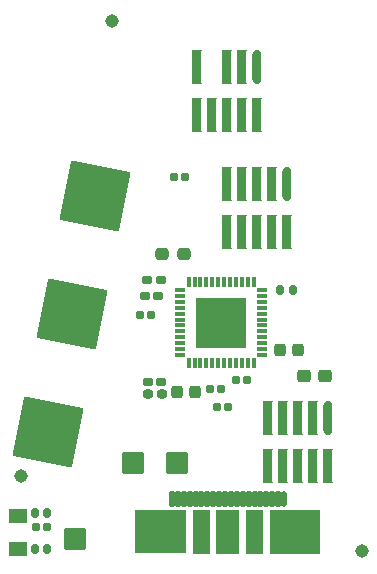
<source format=gbr>
G04 #@! TF.GenerationSoftware,KiCad,Pcbnew,(6.0.4)*
G04 #@! TF.CreationDate,2022-07-14T10:50:46-04:00*
G04 #@! TF.ProjectId,ratkit_design,7261746b-6974-45f6-9465-7369676e2e6b,RatKit2022_proA*
G04 #@! TF.SameCoordinates,PX41672a0PY65bcec0*
G04 #@! TF.FileFunction,Soldermask,Top*
G04 #@! TF.FilePolarity,Negative*
%FSLAX46Y46*%
G04 Gerber Fmt 4.6, Leading zero omitted, Abs format (unit mm)*
G04 Created by KiCad (PCBNEW (6.0.4)) date 2022-07-14 10:50:46*
%MOMM*%
%LPD*%
G01*
G04 APERTURE LIST*
G04 Aperture macros list*
%AMRoundRect*
0 Rectangle with rounded corners*
0 $1 Rounding radius*
0 $2 $3 $4 $5 $6 $7 $8 $9 X,Y pos of 4 corners*
0 Add a 4 corners polygon primitive as box body*
4,1,4,$2,$3,$4,$5,$6,$7,$8,$9,$2,$3,0*
0 Add four circle primitives for the rounded corners*
1,1,$1+$1,$2,$3*
1,1,$1+$1,$4,$5*
1,1,$1+$1,$6,$7*
1,1,$1+$1,$8,$9*
0 Add four rect primitives between the rounded corners*
20,1,$1+$1,$2,$3,$4,$5,0*
20,1,$1+$1,$4,$5,$6,$7,0*
20,1,$1+$1,$6,$7,$8,$9,0*
20,1,$1+$1,$8,$9,$2,$3,0*%
G04 Aperture macros list end*
%ADD10RoundRect,0.203500X-0.140000X-0.170000X0.140000X-0.170000X0.140000X0.170000X-0.140000X0.170000X0*%
%ADD11RoundRect,0.126000X0.062500X-0.337500X0.062500X0.337500X-0.062500X0.337500X-0.062500X-0.337500X0*%
%ADD12RoundRect,0.126000X0.337500X-0.062500X0.337500X0.062500X-0.337500X0.062500X-0.337500X-0.062500X0*%
%ADD13RoundRect,0.063500X2.050000X-2.050000X2.050000X2.050000X-2.050000X2.050000X-2.050000X-2.050000X0*%
%ADD14C,1.143000*%
%ADD15RoundRect,0.063500X1.961158X-2.941744X2.941744X1.961158X-1.961158X2.941744X-2.941744X-1.961158X0*%
%ADD16RoundRect,0.198500X0.135000X0.185000X-0.135000X0.185000X-0.135000X-0.185000X0.135000X-0.185000X0*%
%ADD17RoundRect,0.218500X0.212500X0.155000X-0.212500X0.155000X-0.212500X-0.155000X0.212500X-0.155000X0*%
%ADD18RoundRect,0.063500X-0.850000X-0.850000X0.850000X-0.850000X0.850000X0.850000X-0.850000X0.850000X0*%
%ADD19RoundRect,0.203500X0.140000X0.170000X-0.140000X0.170000X-0.140000X-0.170000X0.140000X-0.170000X0*%
%ADD20RoundRect,0.381000X0.000000X1.079500X0.000000X1.079500X0.000000X-1.079500X0.000000X-1.079500X0*%
%ADD21RoundRect,0.063500X0.317500X1.397000X-0.317500X1.397000X-0.317500X-1.397000X0.317500X-1.397000X0*%
%ADD22RoundRect,0.223500X0.197500X0.160000X-0.197500X0.160000X-0.197500X-0.160000X0.197500X-0.160000X0*%
%ADD23RoundRect,0.288500X0.225000X0.250000X-0.225000X0.250000X-0.225000X-0.250000X0.225000X-0.250000X0*%
%ADD24RoundRect,0.288500X-0.225000X-0.250000X0.225000X-0.250000X0.225000X0.250000X-0.225000X0.250000X0*%
%ADD25RoundRect,0.301000X-0.287500X-0.237500X0.287500X-0.237500X0.287500X0.237500X-0.287500X0.237500X0*%
%ADD26RoundRect,0.063500X0.725000X-0.500000X0.725000X0.500000X-0.725000X0.500000X-0.725000X-0.500000X0*%
%ADD27RoundRect,0.138500X-0.075000X-0.525000X0.075000X-0.525000X0.075000X0.525000X-0.075000X0.525000X0*%
%ADD28RoundRect,0.063500X-0.150000X-0.600000X0.150000X-0.600000X0.150000X0.600000X-0.150000X0.600000X0*%
%ADD29RoundRect,0.198500X-0.135000X-0.185000X0.135000X-0.185000X0.135000X0.185000X-0.135000X0.185000X0*%
%ADD30RoundRect,0.301000X-0.250000X-0.237500X0.250000X-0.237500X0.250000X0.237500X-0.250000X0.237500X0*%
G04 APERTURE END LIST*
D10*
G04 #@! TO.C,C64*
X23751600Y19177000D03*
X24711600Y19177000D03*
G04 #@! TD*
D11*
G04 #@! TO.C,U50*
X21965800Y21364200D03*
X22465800Y21364200D03*
X22965800Y21364200D03*
X23465800Y21364200D03*
X23965800Y21364200D03*
X24465800Y21364200D03*
X24965800Y21364200D03*
X25465800Y21364200D03*
X25965800Y21364200D03*
X26465800Y21364200D03*
X26965800Y21364200D03*
X27465800Y21364200D03*
D12*
X28165800Y22064200D03*
X28165800Y22564200D03*
X28165800Y23064200D03*
X28165800Y23564200D03*
X28165800Y24064200D03*
X28165800Y24564200D03*
X28165800Y25064200D03*
X28165800Y25564200D03*
X28165800Y26064200D03*
X28165800Y26564200D03*
X28165800Y27064200D03*
X28165800Y27564200D03*
D11*
X27465800Y28264200D03*
X26965800Y28264200D03*
X26465800Y28264200D03*
X25965800Y28264200D03*
X25465800Y28264200D03*
X24965800Y28264200D03*
X24465800Y28264200D03*
X23965800Y28264200D03*
X23465800Y28264200D03*
X22965800Y28264200D03*
X22465800Y28264200D03*
X21965800Y28264200D03*
D12*
X21265800Y27564200D03*
X21265800Y27064200D03*
X21265800Y26564200D03*
X21265800Y26064200D03*
X21265800Y25564200D03*
X21265800Y25064200D03*
X21265800Y24564200D03*
X21265800Y24064200D03*
X21265800Y23564200D03*
X21265800Y23064200D03*
X21265800Y22564200D03*
X21265800Y22064200D03*
D13*
X24715800Y24814200D03*
G04 #@! TD*
D14*
G04 #@! TO.C,FD7*
X15468600Y50368200D03*
G04 #@! TD*
D15*
G04 #@! TO.C,J50*
X10072448Y15564303D03*
X12065000Y25527000D03*
X14057552Y35489697D03*
G04 #@! TD*
D16*
G04 #@! TO.C,R3*
X10009600Y8712200D03*
X8989600Y8712200D03*
G04 #@! TD*
D17*
G04 #@! TO.C,C54*
X19388900Y27076400D03*
X18253900Y27076400D03*
G04 #@! TD*
D18*
G04 #@! TO.C,J102*
X12344400Y6502400D03*
G04 #@! TD*
D19*
G04 #@! TO.C,C51*
X25295800Y17703800D03*
X24335800Y17703800D03*
G04 #@! TD*
D20*
G04 #@! TO.C,J52*
X33731200Y16738600D03*
D21*
X33731200Y12674600D03*
X32461200Y16738600D03*
X32461200Y12674600D03*
X31191200Y16738600D03*
X31191200Y12674600D03*
X29921200Y16738600D03*
X29921200Y12674600D03*
X28651200Y16738600D03*
X28651200Y12674600D03*
G04 #@! TD*
D17*
G04 #@! TO.C,C57*
X19642900Y19812000D03*
X18507900Y19812000D03*
G04 #@! TD*
D20*
G04 #@! TO.C,J1*
X27736800Y46482000D03*
D21*
X27736800Y42418000D03*
X26466800Y46482000D03*
X26466800Y42418000D03*
X25196800Y46482000D03*
X25196800Y42418000D03*
X23926800Y42418000D03*
X22656800Y46482000D03*
X22656800Y42418000D03*
G04 #@! TD*
D18*
G04 #@! TO.C,J103*
X20955000Y12954000D03*
G04 #@! TD*
D22*
G04 #@! TO.C,R51*
X19698300Y18796000D03*
X18503300Y18796000D03*
G04 #@! TD*
D23*
G04 #@! TO.C,C60*
X22542800Y18923000D03*
X20992800Y18923000D03*
G04 #@! TD*
D10*
G04 #@! TO.C,C52*
X25961400Y19964400D03*
X26921400Y19964400D03*
G04 #@! TD*
D16*
G04 #@! TO.C,R52*
X30761400Y27609800D03*
X29741400Y27609800D03*
G04 #@! TD*
D24*
G04 #@! TO.C,C62*
X29705000Y22479000D03*
X31255000Y22479000D03*
G04 #@! TD*
D25*
G04 #@! TO.C,D1*
X31738600Y20269200D03*
X33488600Y20269200D03*
G04 #@! TD*
D18*
G04 #@! TO.C,J101*
X17272000Y12954000D03*
G04 #@! TD*
D26*
G04 #@! TO.C,S1*
X7543800Y5661200D03*
X7543800Y8461200D03*
G04 #@! TD*
D27*
G04 #@! TO.C,J100*
X30048400Y9864800D03*
D28*
X29548400Y9864800D03*
X29048400Y9864800D03*
X28548400Y9864800D03*
X28048400Y9864800D03*
X27548400Y9864800D03*
X27048400Y9864800D03*
X26548400Y9864800D03*
X26048400Y9864800D03*
X25548400Y9864800D03*
X25048400Y9864800D03*
X24548400Y9864800D03*
X24048400Y9864800D03*
X23548400Y9864800D03*
X23048400Y9864800D03*
X22548400Y9864800D03*
X22048400Y9864800D03*
X21548400Y9864800D03*
X21048400Y9864800D03*
X20548400Y9864800D03*
G04 #@! TD*
D29*
G04 #@! TO.C,R4*
X8989600Y5664200D03*
X10009600Y5664200D03*
G04 #@! TD*
D30*
G04 #@! TO.C,R50*
X19737700Y30607000D03*
X21562700Y30607000D03*
G04 #@! TD*
D14*
G04 #@! TO.C,FD6*
X7747000Y11811000D03*
G04 #@! TD*
D17*
G04 #@! TO.C,C53*
X19592100Y28448000D03*
X18457100Y28448000D03*
G04 #@! TD*
D10*
G04 #@! TO.C,C6*
X9019600Y7518400D03*
X9979600Y7518400D03*
G04 #@! TD*
D20*
G04 #@! TO.C,J2*
X30276800Y36550600D03*
D21*
X30276800Y32486600D03*
X29006800Y36550600D03*
X29006800Y32486600D03*
X27736800Y36550600D03*
X27736800Y32486600D03*
X26466800Y36550600D03*
X26466800Y32486600D03*
X25196800Y36550600D03*
X25196800Y32486600D03*
G04 #@! TD*
D19*
G04 #@! TO.C,C13*
X21663600Y37109400D03*
X20703600Y37109400D03*
G04 #@! TD*
G04 #@! TO.C,C61*
X18793400Y25425400D03*
X17833400Y25425400D03*
G04 #@! TD*
D14*
G04 #@! TO.C,FD5*
X36626800Y5461000D03*
G04 #@! TD*
G36*
X21764373Y8962773D02*
G01*
X21767800Y8954500D01*
X21767800Y5294900D01*
X21764373Y5286627D01*
X21756100Y5283200D01*
X17461500Y5283200D01*
X17453227Y5286627D01*
X17449800Y5294900D01*
X17449800Y8954500D01*
X17453227Y8962773D01*
X17461500Y8966200D01*
X21756100Y8966200D01*
X21764373Y8962773D01*
G37*
G36*
X28266773Y8937373D02*
G01*
X28270200Y8929100D01*
X28270200Y5269500D01*
X28266773Y5261227D01*
X28258500Y5257800D01*
X26834100Y5257800D01*
X26825827Y5261227D01*
X26822400Y5269500D01*
X26822400Y8929100D01*
X26825827Y8937373D01*
X26834100Y8940800D01*
X28258500Y8940800D01*
X28266773Y8937373D01*
G37*
G36*
X23770973Y8937373D02*
G01*
X23774400Y8929100D01*
X23774400Y5269500D01*
X23770973Y5261227D01*
X23762700Y5257800D01*
X22338300Y5257800D01*
X22330027Y5261227D01*
X22326600Y5269500D01*
X22326600Y8929100D01*
X22330027Y8937373D01*
X22338300Y8940800D01*
X23762700Y8940800D01*
X23770973Y8937373D01*
G37*
G36*
X26260173Y8937373D02*
G01*
X26263600Y8929100D01*
X26263600Y5269500D01*
X26260173Y5261227D01*
X26251900Y5257800D01*
X24319500Y5257800D01*
X24311227Y5261227D01*
X24307800Y5269500D01*
X24307800Y8929100D01*
X24311227Y8937373D01*
X24319500Y8940800D01*
X26251900Y8940800D01*
X26260173Y8937373D01*
G37*
G36*
X33092773Y8937373D02*
G01*
X33096200Y8929100D01*
X33096200Y5269500D01*
X33092773Y5261227D01*
X33084500Y5257800D01*
X28840700Y5257800D01*
X28832427Y5261227D01*
X28829000Y5269500D01*
X28829000Y8929100D01*
X28832427Y8937373D01*
X28840700Y8940800D01*
X33084500Y8940800D01*
X33092773Y8937373D01*
G37*
G36*
X33086861Y8947648D02*
G01*
X33097541Y8943224D01*
X33098624Y8942141D01*
X33103048Y8931461D01*
X33103200Y8930696D01*
X33103200Y5267904D01*
X33103048Y5267139D01*
X33098624Y5256459D01*
X33097541Y5255376D01*
X33086861Y5250952D01*
X33086096Y5250800D01*
X28839104Y5250800D01*
X28838339Y5250952D01*
X28827659Y5255376D01*
X28826576Y5256459D01*
X28825192Y5259800D01*
X28831000Y5259800D01*
X33094200Y5259800D01*
X33094200Y8938800D01*
X28831000Y8938800D01*
X28831000Y5259800D01*
X28825192Y5259800D01*
X28822152Y5267139D01*
X28822000Y5267904D01*
X28822000Y8930696D01*
X28822152Y8931461D01*
X28826576Y8942141D01*
X28827659Y8943224D01*
X28838339Y8947648D01*
X28839104Y8947800D01*
X33086096Y8947800D01*
X33086861Y8947648D01*
G37*
G36*
X26254261Y8947648D02*
G01*
X26264941Y8943224D01*
X26266024Y8942141D01*
X26270448Y8931461D01*
X26270600Y8930696D01*
X26270600Y5267904D01*
X26270448Y5267139D01*
X26266024Y5256459D01*
X26264941Y5255376D01*
X26254261Y5250952D01*
X26253496Y5250800D01*
X24317904Y5250800D01*
X24317139Y5250952D01*
X24306459Y5255376D01*
X24305376Y5256459D01*
X24303992Y5259800D01*
X24309800Y5259800D01*
X26261600Y5259800D01*
X26261600Y8938800D01*
X24309800Y8938800D01*
X24309800Y5259800D01*
X24303992Y5259800D01*
X24300952Y5267139D01*
X24300800Y5267904D01*
X24300800Y8930696D01*
X24300952Y8931461D01*
X24305376Y8942141D01*
X24306459Y8943224D01*
X24317139Y8947648D01*
X24317904Y8947800D01*
X26253496Y8947800D01*
X26254261Y8947648D01*
G37*
G36*
X28260861Y8947648D02*
G01*
X28271541Y8943224D01*
X28272624Y8942141D01*
X28277048Y8931461D01*
X28277200Y8930696D01*
X28277200Y5267904D01*
X28277048Y5267139D01*
X28272624Y5256459D01*
X28271541Y5255376D01*
X28260861Y5250952D01*
X28260096Y5250800D01*
X26832504Y5250800D01*
X26831739Y5250952D01*
X26821059Y5255376D01*
X26819976Y5256459D01*
X26818592Y5259800D01*
X26824400Y5259800D01*
X28268200Y5259800D01*
X28268200Y8938800D01*
X26824400Y8938800D01*
X26824400Y5259800D01*
X26818592Y5259800D01*
X26815552Y5267139D01*
X26815400Y5267904D01*
X26815400Y8930696D01*
X26815552Y8931461D01*
X26819976Y8942141D01*
X26821059Y8943224D01*
X26831739Y8947648D01*
X26832504Y8947800D01*
X28260096Y8947800D01*
X28260861Y8947648D01*
G37*
G36*
X23765061Y8947648D02*
G01*
X23775741Y8943224D01*
X23776824Y8942141D01*
X23781248Y8931461D01*
X23781400Y8930696D01*
X23781400Y5267904D01*
X23781248Y5267139D01*
X23776824Y5256459D01*
X23775741Y5255376D01*
X23765061Y5250952D01*
X23764296Y5250800D01*
X22336704Y5250800D01*
X22335939Y5250952D01*
X22325259Y5255376D01*
X22324176Y5256459D01*
X22322792Y5259800D01*
X22328600Y5259800D01*
X23772400Y5259800D01*
X23772400Y8938800D01*
X22328600Y8938800D01*
X22328600Y5259800D01*
X22322792Y5259800D01*
X22319752Y5267139D01*
X22319600Y5267904D01*
X22319600Y8930696D01*
X22319752Y8931461D01*
X22324176Y8942141D01*
X22325259Y8943224D01*
X22335939Y8947648D01*
X22336704Y8947800D01*
X23764296Y8947800D01*
X23765061Y8947648D01*
G37*
G36*
X21758461Y8973048D02*
G01*
X21769141Y8968624D01*
X21770224Y8967541D01*
X21774648Y8956861D01*
X21774800Y8956096D01*
X21774800Y5293304D01*
X21774648Y5292539D01*
X21770224Y5281859D01*
X21769141Y5280776D01*
X21758461Y5276352D01*
X21757696Y5276200D01*
X17459904Y5276200D01*
X17459139Y5276352D01*
X17448459Y5280776D01*
X17447376Y5281859D01*
X17445992Y5285200D01*
X17451800Y5285200D01*
X21765800Y5285200D01*
X21765800Y8964200D01*
X17451800Y8964200D01*
X17451800Y5285200D01*
X17445992Y5285200D01*
X17442952Y5292539D01*
X17442800Y5293304D01*
X17442800Y8956096D01*
X17442952Y8956861D01*
X17447376Y8967541D01*
X17448459Y8968624D01*
X17459139Y8973048D01*
X17459904Y8973200D01*
X21757696Y8973200D01*
X21758461Y8973048D01*
G37*
G36*
X25258408Y10489603D02*
G01*
X25288912Y10469220D01*
X25325638Y10476526D01*
X25337996Y10488884D01*
X25339928Y10489402D01*
X25341342Y10487988D01*
X25341372Y10487080D01*
X25336900Y10464601D01*
X25336900Y9264999D01*
X25341465Y9242050D01*
X25340822Y9240156D01*
X25338860Y9239766D01*
X25338392Y9239997D01*
X25307888Y9260380D01*
X25271162Y9253074D01*
X25258804Y9240716D01*
X25256872Y9240198D01*
X25255458Y9241612D01*
X25255428Y9242520D01*
X25259900Y9264999D01*
X25259900Y10464601D01*
X25255335Y10487550D01*
X25255978Y10489444D01*
X25257940Y10489834D01*
X25258408Y10489603D01*
G37*
G36*
X26258408Y10489603D02*
G01*
X26288912Y10469220D01*
X26325638Y10476526D01*
X26337996Y10488884D01*
X26339928Y10489402D01*
X26341342Y10487988D01*
X26341372Y10487080D01*
X26336900Y10464601D01*
X26336900Y9264999D01*
X26341465Y9242050D01*
X26340822Y9240156D01*
X26338860Y9239766D01*
X26338392Y9239997D01*
X26307888Y9260380D01*
X26271162Y9253074D01*
X26258804Y9240716D01*
X26256872Y9240198D01*
X26255458Y9241612D01*
X26255428Y9242520D01*
X26259900Y9264999D01*
X26259900Y10464601D01*
X26255335Y10487550D01*
X26255978Y10489444D01*
X26257940Y10489834D01*
X26258408Y10489603D01*
G37*
G36*
X29258408Y10489603D02*
G01*
X29288912Y10469220D01*
X29325638Y10476526D01*
X29337996Y10488884D01*
X29339928Y10489402D01*
X29341342Y10487988D01*
X29341372Y10487080D01*
X29336900Y10464601D01*
X29336900Y9264999D01*
X29341465Y9242050D01*
X29340822Y9240156D01*
X29338860Y9239766D01*
X29338392Y9239997D01*
X29307888Y9260380D01*
X29271162Y9253074D01*
X29258804Y9240716D01*
X29256872Y9240198D01*
X29255458Y9241612D01*
X29255428Y9242520D01*
X29259900Y9264999D01*
X29259900Y10464601D01*
X29255335Y10487550D01*
X29255978Y10489444D01*
X29257940Y10489834D01*
X29258408Y10489603D01*
G37*
G36*
X23758408Y10489603D02*
G01*
X23788912Y10469220D01*
X23825638Y10476526D01*
X23837996Y10488884D01*
X23839928Y10489402D01*
X23841342Y10487988D01*
X23841372Y10487080D01*
X23836900Y10464601D01*
X23836900Y9264999D01*
X23841465Y9242050D01*
X23840822Y9240156D01*
X23838860Y9239766D01*
X23838392Y9239997D01*
X23807888Y9260380D01*
X23771162Y9253074D01*
X23758804Y9240716D01*
X23756872Y9240198D01*
X23755458Y9241612D01*
X23755428Y9242520D01*
X23759900Y9264999D01*
X23759900Y10464601D01*
X23755335Y10487550D01*
X23755978Y10489444D01*
X23757940Y10489834D01*
X23758408Y10489603D01*
G37*
G36*
X24258408Y10489603D02*
G01*
X24288912Y10469220D01*
X24325638Y10476526D01*
X24337996Y10488884D01*
X24339928Y10489402D01*
X24341342Y10487988D01*
X24341372Y10487080D01*
X24336900Y10464601D01*
X24336900Y9264999D01*
X24341465Y9242050D01*
X24340822Y9240156D01*
X24338860Y9239766D01*
X24338392Y9239997D01*
X24307888Y9260380D01*
X24271162Y9253074D01*
X24258804Y9240716D01*
X24256872Y9240198D01*
X24255458Y9241612D01*
X24255428Y9242520D01*
X24259900Y9264999D01*
X24259900Y10464601D01*
X24255335Y10487550D01*
X24255978Y10489444D01*
X24257940Y10489834D01*
X24258408Y10489603D01*
G37*
G36*
X21258408Y10489603D02*
G01*
X21288912Y10469220D01*
X21325638Y10476526D01*
X21337996Y10488884D01*
X21339928Y10489402D01*
X21341342Y10487988D01*
X21341372Y10487080D01*
X21336900Y10464601D01*
X21336900Y9264999D01*
X21341465Y9242050D01*
X21340822Y9240156D01*
X21338860Y9239766D01*
X21338392Y9239997D01*
X21307888Y9260380D01*
X21271162Y9253074D01*
X21258804Y9240716D01*
X21256872Y9240198D01*
X21255458Y9241612D01*
X21255428Y9242520D01*
X21259900Y9264999D01*
X21259900Y10464601D01*
X21255335Y10487550D01*
X21255978Y10489444D01*
X21257940Y10489834D01*
X21258408Y10489603D01*
G37*
G36*
X26758408Y10489603D02*
G01*
X26788912Y10469220D01*
X26825638Y10476526D01*
X26837996Y10488884D01*
X26839928Y10489402D01*
X26841342Y10487988D01*
X26841372Y10487080D01*
X26836900Y10464601D01*
X26836900Y9264999D01*
X26841465Y9242050D01*
X26840822Y9240156D01*
X26838860Y9239766D01*
X26838392Y9239997D01*
X26807888Y9260380D01*
X26771162Y9253074D01*
X26758804Y9240716D01*
X26756872Y9240198D01*
X26755458Y9241612D01*
X26755428Y9242520D01*
X26759900Y9264999D01*
X26759900Y10464601D01*
X26755335Y10487550D01*
X26755978Y10489444D01*
X26757940Y10489834D01*
X26758408Y10489603D01*
G37*
G36*
X28758408Y10489603D02*
G01*
X28788912Y10469220D01*
X28825638Y10476526D01*
X28837996Y10488884D01*
X28839928Y10489402D01*
X28841342Y10487988D01*
X28841372Y10487080D01*
X28836900Y10464601D01*
X28836900Y9264999D01*
X28841465Y9242050D01*
X28840822Y9240156D01*
X28838860Y9239766D01*
X28838392Y9239997D01*
X28807888Y9260380D01*
X28771162Y9253074D01*
X28758804Y9240716D01*
X28756872Y9240198D01*
X28755458Y9241612D01*
X28755428Y9242520D01*
X28759900Y9264999D01*
X28759900Y10464601D01*
X28755335Y10487550D01*
X28755978Y10489444D01*
X28757940Y10489834D01*
X28758408Y10489603D01*
G37*
G36*
X25758408Y10489603D02*
G01*
X25788912Y10469220D01*
X25825638Y10476526D01*
X25837996Y10488884D01*
X25839928Y10489402D01*
X25841342Y10487988D01*
X25841372Y10487080D01*
X25836900Y10464601D01*
X25836900Y9264999D01*
X25841465Y9242050D01*
X25840822Y9240156D01*
X25838860Y9239766D01*
X25838392Y9239997D01*
X25807888Y9260380D01*
X25771162Y9253074D01*
X25758804Y9240716D01*
X25756872Y9240198D01*
X25755458Y9241612D01*
X25755428Y9242520D01*
X25759900Y9264999D01*
X25759900Y10464601D01*
X25755335Y10487550D01*
X25755978Y10489444D01*
X25757940Y10489834D01*
X25758408Y10489603D01*
G37*
G36*
X23258408Y10489603D02*
G01*
X23288912Y10469220D01*
X23325638Y10476526D01*
X23337996Y10488884D01*
X23339928Y10489402D01*
X23341342Y10487988D01*
X23341372Y10487080D01*
X23336900Y10464601D01*
X23336900Y9264999D01*
X23341465Y9242050D01*
X23340822Y9240156D01*
X23338860Y9239766D01*
X23338392Y9239997D01*
X23307888Y9260380D01*
X23271162Y9253074D01*
X23258804Y9240716D01*
X23256872Y9240198D01*
X23255458Y9241612D01*
X23255428Y9242520D01*
X23259900Y9264999D01*
X23259900Y10464601D01*
X23255335Y10487550D01*
X23255978Y10489444D01*
X23257940Y10489834D01*
X23258408Y10489603D01*
G37*
G36*
X21758408Y10489603D02*
G01*
X21788912Y10469220D01*
X21825638Y10476526D01*
X21837996Y10488884D01*
X21839928Y10489402D01*
X21841342Y10487988D01*
X21841372Y10487080D01*
X21836900Y10464601D01*
X21836900Y9264999D01*
X21841465Y9242050D01*
X21840822Y9240156D01*
X21838860Y9239766D01*
X21838392Y9239997D01*
X21807888Y9260380D01*
X21771162Y9253074D01*
X21758804Y9240716D01*
X21756872Y9240198D01*
X21755458Y9241612D01*
X21755428Y9242520D01*
X21759900Y9264999D01*
X21759900Y10464601D01*
X21755335Y10487550D01*
X21755978Y10489444D01*
X21757940Y10489834D01*
X21758408Y10489603D01*
G37*
G36*
X27258408Y10489603D02*
G01*
X27288912Y10469220D01*
X27325638Y10476526D01*
X27337996Y10488884D01*
X27339928Y10489402D01*
X27341342Y10487988D01*
X27341372Y10487080D01*
X27336900Y10464601D01*
X27336900Y9264999D01*
X27341465Y9242050D01*
X27340822Y9240156D01*
X27338860Y9239766D01*
X27338392Y9239997D01*
X27307888Y9260380D01*
X27271162Y9253074D01*
X27258804Y9240716D01*
X27256872Y9240198D01*
X27255458Y9241612D01*
X27255428Y9242520D01*
X27259900Y9264999D01*
X27259900Y10464601D01*
X27255335Y10487550D01*
X27255978Y10489444D01*
X27257940Y10489834D01*
X27258408Y10489603D01*
G37*
G36*
X27758408Y10489603D02*
G01*
X27788912Y10469220D01*
X27825638Y10476526D01*
X27837996Y10488884D01*
X27839928Y10489402D01*
X27841342Y10487988D01*
X27841372Y10487080D01*
X27836900Y10464601D01*
X27836900Y9264999D01*
X27841465Y9242050D01*
X27840822Y9240156D01*
X27838860Y9239766D01*
X27838392Y9239997D01*
X27807888Y9260380D01*
X27771162Y9253074D01*
X27758804Y9240716D01*
X27756872Y9240198D01*
X27755458Y9241612D01*
X27755428Y9242520D01*
X27759900Y9264999D01*
X27759900Y10464601D01*
X27755335Y10487550D01*
X27755978Y10489444D01*
X27757940Y10489834D01*
X27758408Y10489603D01*
G37*
G36*
X20758408Y10489603D02*
G01*
X20788912Y10469220D01*
X20825638Y10476526D01*
X20837996Y10488884D01*
X20839928Y10489402D01*
X20841342Y10487988D01*
X20841372Y10487080D01*
X20836900Y10464601D01*
X20836900Y9264999D01*
X20841465Y9242050D01*
X20840822Y9240156D01*
X20838860Y9239766D01*
X20838392Y9239997D01*
X20807888Y9260380D01*
X20771162Y9253074D01*
X20758804Y9240716D01*
X20756872Y9240198D01*
X20755458Y9241612D01*
X20755428Y9242520D01*
X20759900Y9264999D01*
X20759900Y10464601D01*
X20755335Y10487550D01*
X20755978Y10489444D01*
X20757940Y10489834D01*
X20758408Y10489603D01*
G37*
G36*
X22258408Y10489603D02*
G01*
X22288912Y10469220D01*
X22325638Y10476526D01*
X22337996Y10488884D01*
X22339928Y10489402D01*
X22341342Y10487988D01*
X22341372Y10487080D01*
X22336900Y10464601D01*
X22336900Y9264999D01*
X22341465Y9242050D01*
X22340822Y9240156D01*
X22338860Y9239766D01*
X22338392Y9239997D01*
X22307888Y9260380D01*
X22271162Y9253074D01*
X22258804Y9240716D01*
X22256872Y9240198D01*
X22255458Y9241612D01*
X22255428Y9242520D01*
X22259900Y9264999D01*
X22259900Y10464601D01*
X22255335Y10487550D01*
X22255978Y10489444D01*
X22257940Y10489834D01*
X22258408Y10489603D01*
G37*
G36*
X24758408Y10489603D02*
G01*
X24788912Y10469220D01*
X24825638Y10476526D01*
X24837996Y10488884D01*
X24839928Y10489402D01*
X24841342Y10487988D01*
X24841372Y10487080D01*
X24836900Y10464601D01*
X24836900Y9264999D01*
X24841465Y9242050D01*
X24840822Y9240156D01*
X24838860Y9239766D01*
X24838392Y9239997D01*
X24807888Y9260380D01*
X24771162Y9253074D01*
X24758804Y9240716D01*
X24756872Y9240198D01*
X24755458Y9241612D01*
X24755428Y9242520D01*
X24759900Y9264999D01*
X24759900Y10464601D01*
X24755335Y10487550D01*
X24755978Y10489444D01*
X24757940Y10489834D01*
X24758408Y10489603D01*
G37*
G36*
X22758408Y10489603D02*
G01*
X22788912Y10469220D01*
X22825638Y10476526D01*
X22837996Y10488884D01*
X22839928Y10489402D01*
X22841342Y10487988D01*
X22841372Y10487080D01*
X22836900Y10464601D01*
X22836900Y9264999D01*
X22841465Y9242050D01*
X22840822Y9240156D01*
X22838860Y9239766D01*
X22838392Y9239997D01*
X22807888Y9260380D01*
X22771162Y9253074D01*
X22758804Y9240716D01*
X22756872Y9240198D01*
X22755458Y9241612D01*
X22755428Y9242520D01*
X22759900Y9264999D01*
X22759900Y10464601D01*
X22755335Y10487550D01*
X22755978Y10489444D01*
X22757940Y10489834D01*
X22758408Y10489603D01*
G37*
G36*
X28258408Y10489603D02*
G01*
X28288912Y10469220D01*
X28325638Y10476526D01*
X28337996Y10488884D01*
X28339928Y10489402D01*
X28341342Y10487988D01*
X28341372Y10487080D01*
X28336900Y10464601D01*
X28336900Y9264999D01*
X28341465Y9242050D01*
X28340822Y9240156D01*
X28338860Y9239766D01*
X28338392Y9239997D01*
X28307888Y9260380D01*
X28271162Y9253074D01*
X28258804Y9240716D01*
X28256872Y9240198D01*
X28255458Y9241612D01*
X28255428Y9242520D01*
X28259900Y9264999D01*
X28259900Y10464601D01*
X28255335Y10487550D01*
X28255978Y10489444D01*
X28257940Y10489834D01*
X28258408Y10489603D01*
G37*
G36*
X29763093Y10468271D02*
G01*
X29782814Y10438754D01*
X29819323Y10431491D01*
X29848842Y10451215D01*
X29850838Y10451346D01*
X29851949Y10449683D01*
X29851616Y10448441D01*
X29847328Y10442023D01*
X29836900Y10389601D01*
X29836900Y9339999D01*
X29847328Y9287577D01*
X29851617Y9281157D01*
X29851748Y9279161D01*
X29850085Y9278050D01*
X29848843Y9278383D01*
X29819325Y9298108D01*
X29782816Y9290846D01*
X29763093Y9261327D01*
X29761299Y9260442D01*
X29759636Y9261553D01*
X29759468Y9262828D01*
X29759900Y9264999D01*
X29759900Y10464605D01*
X29759469Y10466769D01*
X29760111Y10468663D01*
X29762072Y10469054D01*
X29763093Y10468271D01*
G37*
M02*

</source>
